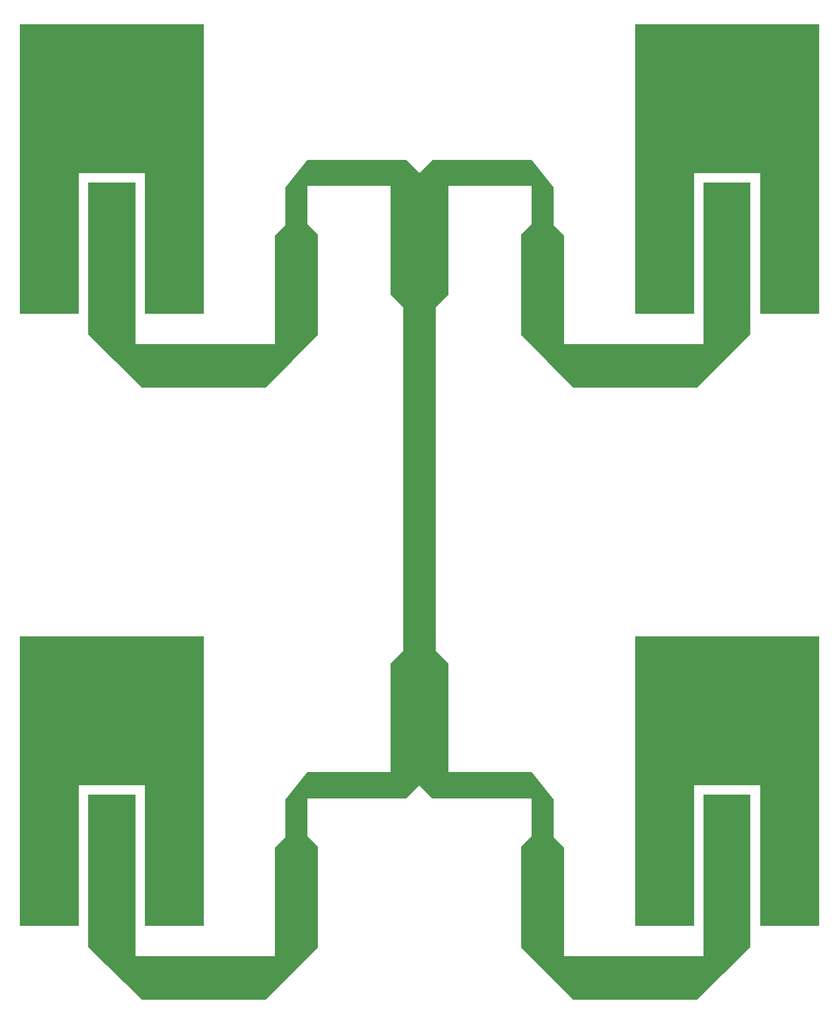
<source format=gbr>
G04 =======================================* 
G04 File Format: RS-274X * 
G04 Date:        February 24 2019 * 
G04 Time:        17:50:30 * 
G04 =======================================* 
G04 Format description *** 
G04 Code:          ASCII * 
G04 Unit:          Millimeter * 
G04 Coordinates:   Absolut * 
G04 Digits:        3.3-format * 
G04 Zeros skipped: Leading zeros omitted * 
G04 =======================================* 
%FSLAX33Y33*%
%MOMM*%
G90*
G71*
%LPD*%
G36*
G01X-50886Y44897D02*
G01X-50886Y21488D01*
G01X-42656Y13441D01*
G01X-23545Y13441D01*
G01X-15590Y21488D01*
G01X-15590Y36941D01*
G01X-17236Y38496D01*
G01X-17236Y44348D01*
G01X-4434Y44348D01*
G01X-4434Y27706D01*
G01X-2516Y25694D01*
G01X-2516Y-26974D01*
G01X-4434Y-28986D01*
G01X-4434Y-45628D01*
G01X-17236Y-45628D01*
G01X-20619Y-49834D01*
G01X-20619Y-55686D01*
G01X-22265Y-57241D01*
G01X-22265Y-73883D01*
G01X-43662Y-73883D01*
G01X-43662Y-49103D01*
G01X-50886Y-49103D01*
G01X-50886Y-72511D01*
G01X-42656Y-80558D01*
G01X-23545Y-80558D01*
G01X-15590Y-72511D01*
G01X-15590Y-57058D01*
G01X-17236Y-55504D01*
G01X-17236Y-49651D01*
G01X-1965Y-49651D01*
G01X0Y-47640D01*
G01X1965Y-49651D01*
G01X17236Y-49651D01*
G01X17236Y-55504D01*
G01X15590Y-57058D01*
G01X15590Y-72511D01*
G01X23545Y-80558D01*
G01X42656Y-80558D01*
G01X50886Y-72511D01*
G01X50886Y-49103D01*
G01X43662Y-49103D01*
G01X43662Y-73883D01*
G01X22265Y-73883D01*
G01X22265Y-57241D01*
G01X20619Y-55686D01*
G01X20619Y-49834D01*
G01X17236Y-45628D01*
G01X4434Y-45628D01*
G01X4431Y-28986D01*
G01X2512Y-26974D01*
G01X2512Y25694D01*
G01X4434Y27706D01*
G01X4434Y44348D01*
G01X17236Y44348D01*
G01X17236Y38496D01*
G01X15590Y36941D01*
G01X15590Y21488D01*
G01X23545Y13441D01*
G01X42656Y13441D01*
G01X50886Y21488D01*
G01X50886Y44897D01*
G01X43662Y44897D01*
G01X43662Y20116D01*
G01X22265Y20116D01*
G01X22265Y36758D01*
G01X20619Y38313D01*
G01X20619Y44165D01*
G01X17236Y48371D01*
G01X1965Y48371D01*
G01X0Y46360D01*
G01X-1965Y48371D01*
G01X-17236Y48371D01*
G01X-20619Y44165D01*
G01X-20619Y38313D01*
G01X-22265Y36758D01*
G01X-22265Y20116D01*
G01X-43662Y20116D01*
G01X-43662Y44897D01*
G37*
%LPD*%
G36*
G01X-42199Y24780D02*
G01X-33147Y24780D01*
G01X-33147Y69220D01*
G01X-61401Y69220D01*
G01X-61401Y24780D01*
G01X-52349Y24780D01*
G01X-52349Y46360D01*
G01X-42199Y46360D01*
G37*
%LPD*%
G36*
G01X61401Y24780D02*
G01X61401Y69220D01*
G01X33147Y69220D01*
G01X33147Y24780D01*
G01X42199Y24780D01*
G01X42199Y46360D01*
G01X52349Y46360D01*
G01X52349Y24780D01*
G37*
%LPD*%
G36*
G01X61401Y-69220D02*
G01X61401Y-24780D01*
G01X33147Y-24780D01*
G01X33147Y-69220D01*
G01X42199Y-69220D01*
G01X42199Y-47640D01*
G01X52349Y-47640D01*
G01X52349Y-69220D01*
G37*
%LPD*%
G36*
G01X-33147Y-69220D02*
G01X-33147Y-24780D01*
G01X-61401Y-24780D01*
G01X-61401Y-69220D01*
G01X-52349Y-69220D01*
G01X-52349Y-47640D01*
G01X-42199Y-47640D01*
G01X-42199Y-69220D01*
G37*
M02* 
G04 End Of Gerber File* 

</source>
